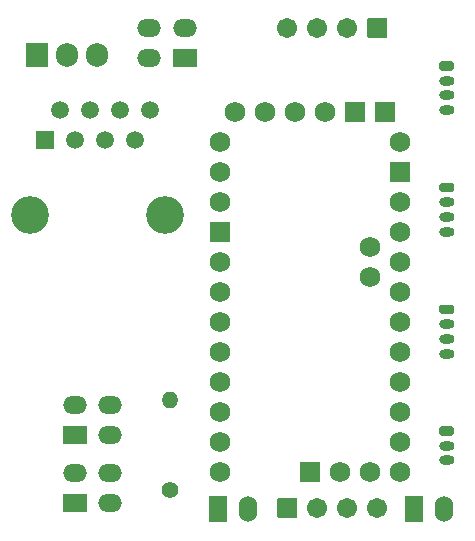
<source format=gbr>
%TF.GenerationSoftware,KiCad,Pcbnew,5.1.9-73d0e3b20d~88~ubuntu20.04.1*%
%TF.CreationDate,2021-04-29T00:31:08+02:00*%
%TF.ProjectId,Node,4e6f6465-2e6b-4696-9361-645f70636258,rev?*%
%TF.SameCoordinates,Original*%
%TF.FileFunction,Soldermask,Top*%
%TF.FilePolarity,Negative*%
%FSLAX46Y46*%
G04 Gerber Fmt 4.6, Leading zero omitted, Abs format (unit mm)*
G04 Created by KiCad (PCBNEW 5.1.9-73d0e3b20d~88~ubuntu20.04.1) date 2021-04-29 00:31:08*
%MOMM*%
%LPD*%
G01*
G04 APERTURE LIST*
%ADD10O,1.400000X1.400000*%
%ADD11C,1.400000*%
%ADD12R,1.998980X1.524000*%
%ADD13O,1.998980X1.524000*%
%ADD14C,3.200000*%
%ADD15R,1.500000X1.500000*%
%ADD16C,1.500000*%
%ADD17R,1.524000X2.199640*%
%ADD18O,1.524000X2.199640*%
%ADD19O,1.300000X0.800000*%
%ADD20C,1.711200*%
%ADD21R,1.905000X2.000000*%
%ADD22O,1.905000X2.000000*%
%ADD23C,1.727200*%
%ADD24R,1.727200X1.727200*%
G04 APERTURE END LIST*
D10*
%TO.C,R1*%
X107100000Y-117880000D03*
D11*
X107100000Y-125500000D03*
%TD*%
D12*
%TO.C,J1*%
X108318920Y-88970000D03*
D13*
X105281080Y-88970000D03*
X108318920Y-86430000D03*
X105281080Y-86430000D03*
%TD*%
D12*
%TO.C,J2*%
X98981080Y-126570000D03*
D13*
X102018920Y-126570000D03*
X98981080Y-124030000D03*
X102018920Y-124030000D03*
%TD*%
D12*
%TO.C,J3*%
X98981080Y-120870000D03*
D13*
X102018920Y-120870000D03*
X98981080Y-118330000D03*
X102018920Y-118330000D03*
%TD*%
D14*
%TO.C,J4*%
X106660000Y-102250000D03*
X95230000Y-102250000D03*
D15*
X96500000Y-95900000D03*
D16*
X97770000Y-93360000D03*
X99040000Y-95900000D03*
X100310000Y-93360000D03*
X101580000Y-95900000D03*
X102850000Y-93360000D03*
X104120000Y-95900000D03*
X105390000Y-93360000D03*
%TD*%
D17*
%TO.C,JP1*%
X127730000Y-127100000D03*
D18*
X130270000Y-127100000D03*
%TD*%
%TO.C,JP2*%
X113670000Y-127100000D03*
D17*
X111130000Y-127100000D03*
%TD*%
%TO.C,OUT1*%
G36*
G01*
X130050000Y-89200000D02*
X130950000Y-89200000D01*
G75*
G02*
X131150000Y-89400000I0J-200000D01*
G01*
X131150000Y-89800000D01*
G75*
G02*
X130950000Y-90000000I-200000J0D01*
G01*
X130050000Y-90000000D01*
G75*
G02*
X129850000Y-89800000I0J200000D01*
G01*
X129850000Y-89400000D01*
G75*
G02*
X130050000Y-89200000I200000J0D01*
G01*
G37*
D19*
X130500000Y-90850000D03*
X130500000Y-92100000D03*
X130500000Y-93350000D03*
%TD*%
%TO.C,OUT2*%
X130500000Y-103650000D03*
X130500000Y-102400000D03*
X130500000Y-101150000D03*
G36*
G01*
X130050000Y-99500000D02*
X130950000Y-99500000D01*
G75*
G02*
X131150000Y-99700000I0J-200000D01*
G01*
X131150000Y-100100000D01*
G75*
G02*
X130950000Y-100300000I-200000J0D01*
G01*
X130050000Y-100300000D01*
G75*
G02*
X129850000Y-100100000I0J200000D01*
G01*
X129850000Y-99700000D01*
G75*
G02*
X130050000Y-99500000I200000J0D01*
G01*
G37*
%TD*%
%TO.C,OUT3*%
G36*
G01*
X130050000Y-109800000D02*
X130950000Y-109800000D01*
G75*
G02*
X131150000Y-110000000I0J-200000D01*
G01*
X131150000Y-110400000D01*
G75*
G02*
X130950000Y-110600000I-200000J0D01*
G01*
X130050000Y-110600000D01*
G75*
G02*
X129850000Y-110400000I0J200000D01*
G01*
X129850000Y-110000000D01*
G75*
G02*
X130050000Y-109800000I200000J0D01*
G01*
G37*
X130500000Y-111450000D03*
X130500000Y-112700000D03*
X130500000Y-113950000D03*
%TD*%
%TO.C,OUT4*%
G36*
G01*
X130050000Y-120100000D02*
X130950000Y-120100000D01*
G75*
G02*
X131150000Y-120300000I0J-200000D01*
G01*
X131150000Y-120700000D01*
G75*
G02*
X130950000Y-120900000I-200000J0D01*
G01*
X130050000Y-120900000D01*
G75*
G02*
X129850000Y-120700000I0J200000D01*
G01*
X129850000Y-120300000D01*
G75*
G02*
X130050000Y-120100000I200000J0D01*
G01*
G37*
X130500000Y-121750000D03*
X130500000Y-123000000D03*
%TD*%
%TO.C,U1*%
G36*
G01*
X123856000Y-85524400D02*
X125364000Y-85524400D01*
G75*
G02*
X125465600Y-85626000I0J-101600D01*
G01*
X125465600Y-87134000D01*
G75*
G02*
X125364000Y-87235600I-101600J0D01*
G01*
X123856000Y-87235600D01*
G75*
G02*
X123754400Y-87134000I0J101600D01*
G01*
X123754400Y-85626000D01*
G75*
G02*
X123856000Y-85524400I101600J0D01*
G01*
G37*
D20*
X122070000Y-86380000D03*
X119530000Y-86380000D03*
X116990000Y-86380000D03*
G36*
G01*
X117744000Y-127875600D02*
X116236000Y-127875600D01*
G75*
G02*
X116134400Y-127774000I0J101600D01*
G01*
X116134400Y-126266000D01*
G75*
G02*
X116236000Y-126164400I101600J0D01*
G01*
X117744000Y-126164400D01*
G75*
G02*
X117845600Y-126266000I0J-101600D01*
G01*
X117845600Y-127774000D01*
G75*
G02*
X117744000Y-127875600I-101600J0D01*
G01*
G37*
X119530000Y-127020000D03*
X122070000Y-127020000D03*
X124610000Y-127020000D03*
%TD*%
D21*
%TO.C,U2*%
X95800000Y-88700000D03*
D22*
X98340000Y-88700000D03*
X100880000Y-88700000D03*
%TD*%
D23*
%TO.C,XA1*%
X123980000Y-107430000D03*
X123980000Y-104890000D03*
D24*
X118900000Y-123940000D03*
D23*
X121440000Y-123940000D03*
X123980000Y-123940000D03*
X126520000Y-123940000D03*
X126520000Y-121400000D03*
X126520000Y-118860000D03*
X126520000Y-116320000D03*
X126520000Y-113780000D03*
X126520000Y-111240000D03*
X126520000Y-108700000D03*
X126520000Y-106160000D03*
X126520000Y-103620000D03*
X126520000Y-101080000D03*
D24*
X126520000Y-98540000D03*
D23*
X126520000Y-96000000D03*
D24*
X125250000Y-93460000D03*
X122710000Y-93460000D03*
D23*
X120170000Y-93460000D03*
X117630000Y-93460000D03*
X115090000Y-93460000D03*
X112550000Y-93460000D03*
X111280000Y-96000000D03*
X111280000Y-98540000D03*
X111280000Y-101080000D03*
D24*
X111280000Y-103620000D03*
D23*
X111280000Y-106160000D03*
X111280000Y-108700000D03*
X111280000Y-111240000D03*
X111280000Y-113780000D03*
X111280000Y-116320000D03*
X111280000Y-118860000D03*
X111280000Y-121400000D03*
X111280000Y-123940000D03*
%TD*%
M02*

</source>
